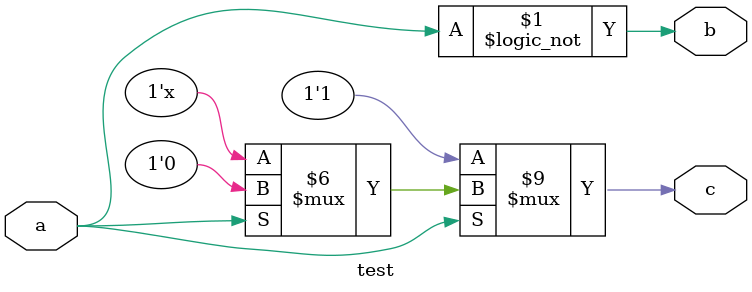
<source format=v>
module test (
    input wire a,
    output wire b,
    output reg c
);

assign b = !a;
always @(*) begin
    if(a == 1'b0)       c <= 1'b1;
    else if(a == 1'b1)  c <= 1'b0;
    else                c <= c;
end

endmodule
</source>
